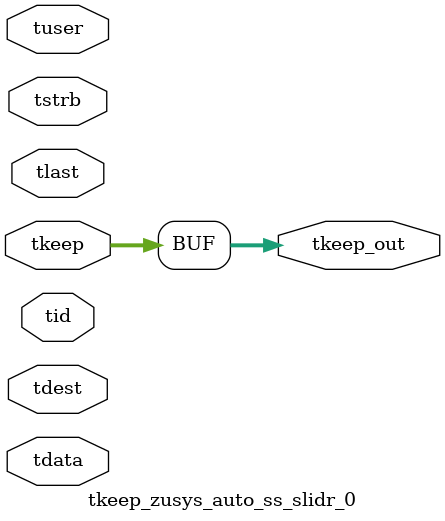
<source format=v>


`timescale 1ps/1ps

module tkeep_zusys_auto_ss_slidr_0 #
(
parameter C_S_AXIS_TDATA_WIDTH = 32,
parameter C_S_AXIS_TUSER_WIDTH = 0,
parameter C_S_AXIS_TID_WIDTH   = 0,
parameter C_S_AXIS_TDEST_WIDTH = 0,
parameter C_M_AXIS_TDATA_WIDTH = 32
)
(
input  [(C_S_AXIS_TDATA_WIDTH == 0 ? 1 : C_S_AXIS_TDATA_WIDTH)-1:0     ] tdata,
input  [(C_S_AXIS_TUSER_WIDTH == 0 ? 1 : C_S_AXIS_TUSER_WIDTH)-1:0     ] tuser,
input  [(C_S_AXIS_TID_WIDTH   == 0 ? 1 : C_S_AXIS_TID_WIDTH)-1:0       ] tid,
input  [(C_S_AXIS_TDEST_WIDTH == 0 ? 1 : C_S_AXIS_TDEST_WIDTH)-1:0     ] tdest,
input  [(C_S_AXIS_TDATA_WIDTH/8)-1:0 ] tkeep,
input  [(C_S_AXIS_TDATA_WIDTH/8)-1:0 ] tstrb,
input                                                                    tlast,
output [(C_M_AXIS_TDATA_WIDTH/8)-1:0 ] tkeep_out
);

assign tkeep_out = {tkeep[3:0]};

endmodule


</source>
